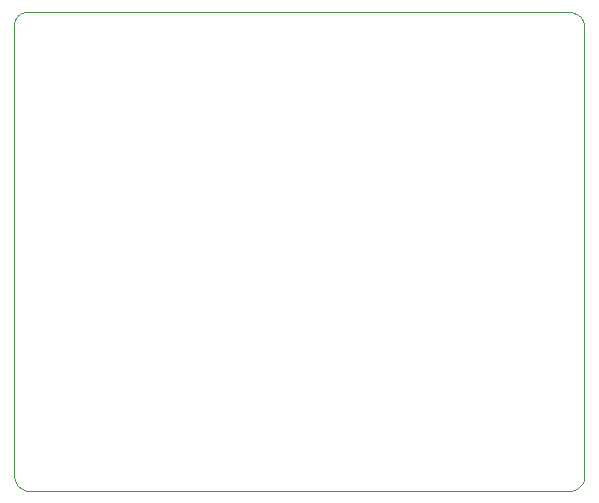
<source format=gbr>
%FSTAX23Y23*%
%MOIN*%
%SFA1B1*%

%IPPOS*%
%ADD49C,0.001181*%
%LNpcb1_profile-1*%
%LPD*%
G54D49*
X02155Y03209D02*
Y04714D01*
D01*
X02155Y04717*
X02155Y0472*
X02155Y04723*
X02156Y04726*
X02157Y04728*
X02158Y04731*
X02159Y04733*
X02161Y04736*
X02162Y04738*
X02164Y0474*
X02166Y04742*
X02168Y04744*
X0217Y04746*
X02172Y04748*
X02175Y04749*
X02177Y04751*
X0218Y04752*
X02182Y04753*
X02185Y04753*
X02188Y04754*
X02191Y04754*
X02193Y04755*
X02194Y04755*
X04005*
D01*
X04008Y04754*
X04012Y04754*
X04015Y04754*
X04018Y04753*
X04022Y04752*
X04025Y0475*
X04028Y04749*
X04031Y04747*
X04034Y04745*
X04037Y04743*
X04039Y04741*
X04042Y04738*
X04044Y04735*
X04046Y04733*
X04048Y0473*
X0405Y04727*
X04051Y04723*
X04052Y0472*
X04053Y04717*
X04054Y04713*
X04054Y0471*
X04055Y04706*
X04055Y04705*
Y03209*
D01*
X04054Y03206*
X04054Y03202*
X04054Y03199*
X04053Y03196*
X04052Y03192*
X0405Y03189*
X04049Y03186*
X04047Y03183*
X04045Y0318*
X04043Y03177*
X04041Y03175*
X04038Y03172*
X04035Y0317*
X04033Y03168*
X0403Y03166*
X04027Y03164*
X04023Y03163*
X0402Y03162*
X04017Y03161*
X04013Y0316*
X0401Y0316*
X04006Y03159*
X04005Y03159*
X02205*
D01*
X02201Y03159*
X02198Y0316*
X02194Y0316*
X02191Y03161*
X02188Y03162*
X02184Y03164*
X02181Y03165*
X02178Y03167*
X02175Y03169*
X02172Y03171*
X0217Y03173*
X02167Y03176*
X02165Y03179*
X02163Y03181*
X02161Y03184*
X0216Y03187*
X02158Y03191*
X02157Y03194*
X02156Y03197*
X02155Y03201*
X02155Y03204*
X02155Y03208*
X02155Y03209*
M02*
</source>
